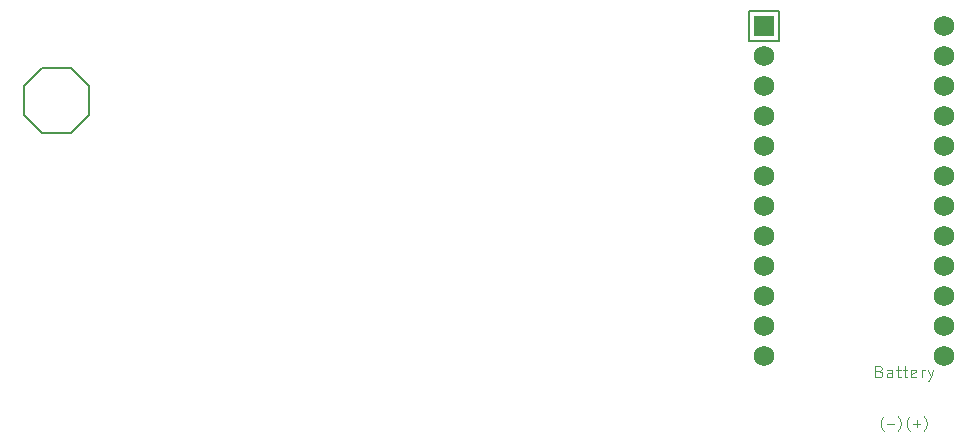
<source format=gbr>
%TF.GenerationSoftware,KiCad,Pcbnew,(6.99.0-906-ga2ca8cf413)*%
%TF.CreationDate,2022-04-09T13:07:01+02:00*%
%TF.ProjectId,tiny20,74696e79-3230-42e6-9b69-6361645f7063,v1.0.0*%
%TF.SameCoordinates,Original*%
%TF.FileFunction,Legend,Top*%
%TF.FilePolarity,Positive*%
%FSLAX46Y46*%
G04 Gerber Fmt 4.6, Leading zero omitted, Abs format (unit mm)*
G04 Created by KiCad (PCBNEW (6.99.0-906-ga2ca8cf413)) date 2022-04-09 13:07:01*
%MOMM*%
%LPD*%
G01*
G04 APERTURE LIST*
%ADD10C,0.120000*%
%ADD11C,0.150000*%
%ADD12R,1.752600X1.752600*%
%ADD13C,1.752600*%
G04 APERTURE END LIST*
D10*
%TO.C,BT01*%
X278205825Y-134716452D02*
X278348682Y-134764071D01*
X278348682Y-134764071D02*
X278396301Y-134811690D01*
X278396301Y-134811690D02*
X278443920Y-134906928D01*
X278443920Y-134906928D02*
X278443920Y-135049785D01*
X278443920Y-135049785D02*
X278396301Y-135145023D01*
X278396301Y-135145023D02*
X278348682Y-135192642D01*
X278348682Y-135192642D02*
X278253444Y-135240261D01*
X278253444Y-135240261D02*
X277872492Y-135240261D01*
X277872492Y-135240261D02*
X277872492Y-134240261D01*
X277872492Y-134240261D02*
X278205825Y-134240261D01*
X278205825Y-134240261D02*
X278301063Y-134287881D01*
X278301063Y-134287881D02*
X278348682Y-134335500D01*
X278348682Y-134335500D02*
X278396301Y-134430738D01*
X278396301Y-134430738D02*
X278396301Y-134525976D01*
X278396301Y-134525976D02*
X278348682Y-134621214D01*
X278348682Y-134621214D02*
X278301063Y-134668833D01*
X278301063Y-134668833D02*
X278205825Y-134716452D01*
X278205825Y-134716452D02*
X277872492Y-134716452D01*
X279301063Y-135240261D02*
X279301063Y-134716452D01*
X279301063Y-134716452D02*
X279253444Y-134621214D01*
X279253444Y-134621214D02*
X279158206Y-134573595D01*
X279158206Y-134573595D02*
X278967730Y-134573595D01*
X278967730Y-134573595D02*
X278872492Y-134621214D01*
X279301063Y-135192642D02*
X279205825Y-135240261D01*
X279205825Y-135240261D02*
X278967730Y-135240261D01*
X278967730Y-135240261D02*
X278872492Y-135192642D01*
X278872492Y-135192642D02*
X278824873Y-135097404D01*
X278824873Y-135097404D02*
X278824873Y-135002166D01*
X278824873Y-135002166D02*
X278872492Y-134906928D01*
X278872492Y-134906928D02*
X278967730Y-134859309D01*
X278967730Y-134859309D02*
X279205825Y-134859309D01*
X279205825Y-134859309D02*
X279301063Y-134811690D01*
X279634397Y-134573595D02*
X280015349Y-134573595D01*
X279777254Y-134240261D02*
X279777254Y-135097404D01*
X279777254Y-135097404D02*
X279824873Y-135192642D01*
X279824873Y-135192642D02*
X279920111Y-135240261D01*
X279920111Y-135240261D02*
X280015349Y-135240261D01*
X280205826Y-134573595D02*
X280586778Y-134573595D01*
X280348683Y-134240261D02*
X280348683Y-135097404D01*
X280348683Y-135097404D02*
X280396302Y-135192642D01*
X280396302Y-135192642D02*
X280491540Y-135240261D01*
X280491540Y-135240261D02*
X280586778Y-135240261D01*
X281301064Y-135192642D02*
X281205826Y-135240261D01*
X281205826Y-135240261D02*
X281015350Y-135240261D01*
X281015350Y-135240261D02*
X280920112Y-135192642D01*
X280920112Y-135192642D02*
X280872493Y-135097404D01*
X280872493Y-135097404D02*
X280872493Y-134716452D01*
X280872493Y-134716452D02*
X280920112Y-134621214D01*
X280920112Y-134621214D02*
X281015350Y-134573595D01*
X281015350Y-134573595D02*
X281205826Y-134573595D01*
X281205826Y-134573595D02*
X281301064Y-134621214D01*
X281301064Y-134621214D02*
X281348683Y-134716452D01*
X281348683Y-134716452D02*
X281348683Y-134811690D01*
X281348683Y-134811690D02*
X280872493Y-134906928D01*
X281777255Y-135240261D02*
X281777255Y-134573595D01*
X281777255Y-134764071D02*
X281824874Y-134668833D01*
X281824874Y-134668833D02*
X281872493Y-134621214D01*
X281872493Y-134621214D02*
X281967731Y-134573595D01*
X281967731Y-134573595D02*
X282062969Y-134573595D01*
X282301065Y-134573595D02*
X282539160Y-135240261D01*
X282777255Y-134573595D02*
X282539160Y-135240261D01*
X282539160Y-135240261D02*
X282443922Y-135478357D01*
X282443922Y-135478357D02*
X282396303Y-135525976D01*
X282396303Y-135525976D02*
X282301065Y-135573595D01*
X278567731Y-139754547D02*
X278529636Y-139716452D01*
X278529636Y-139716452D02*
X278453445Y-139602166D01*
X278453445Y-139602166D02*
X278415350Y-139525976D01*
X278415350Y-139525976D02*
X278377255Y-139411690D01*
X278377255Y-139411690D02*
X278339160Y-139221214D01*
X278339160Y-139221214D02*
X278339160Y-139068833D01*
X278339160Y-139068833D02*
X278377255Y-138878357D01*
X278377255Y-138878357D02*
X278415350Y-138764071D01*
X278415350Y-138764071D02*
X278453445Y-138687881D01*
X278453445Y-138687881D02*
X278529636Y-138573595D01*
X278529636Y-138573595D02*
X278567731Y-138535500D01*
X278872493Y-139145023D02*
X279482017Y-139145023D01*
X279786778Y-139754547D02*
X279824873Y-139716452D01*
X279824873Y-139716452D02*
X279901064Y-139602166D01*
X279901064Y-139602166D02*
X279939159Y-139525976D01*
X279939159Y-139525976D02*
X279977254Y-139411690D01*
X279977254Y-139411690D02*
X280015350Y-139221214D01*
X280015350Y-139221214D02*
X280015350Y-139068833D01*
X280015350Y-139068833D02*
X279977254Y-138878357D01*
X279977254Y-138878357D02*
X279939159Y-138764071D01*
X279939159Y-138764071D02*
X279901064Y-138687881D01*
X279901064Y-138687881D02*
X279824873Y-138573595D01*
X279824873Y-138573595D02*
X279786778Y-138535500D01*
X280767731Y-139754547D02*
X280729636Y-139716452D01*
X280729636Y-139716452D02*
X280653445Y-139602166D01*
X280653445Y-139602166D02*
X280615350Y-139525976D01*
X280615350Y-139525976D02*
X280577255Y-139411690D01*
X280577255Y-139411690D02*
X280539160Y-139221214D01*
X280539160Y-139221214D02*
X280539160Y-139068833D01*
X280539160Y-139068833D02*
X280577255Y-138878357D01*
X280577255Y-138878357D02*
X280615350Y-138764071D01*
X280615350Y-138764071D02*
X280653445Y-138687881D01*
X280653445Y-138687881D02*
X280729636Y-138573595D01*
X280729636Y-138573595D02*
X280767731Y-138535500D01*
X281072493Y-139145023D02*
X281682017Y-139145023D01*
X281377255Y-139449785D02*
X281377255Y-138840261D01*
X281986778Y-139754547D02*
X282024873Y-139716452D01*
X282024873Y-139716452D02*
X282101064Y-139602166D01*
X282101064Y-139602166D02*
X282139159Y-139525976D01*
X282139159Y-139525976D02*
X282177254Y-139411690D01*
X282177254Y-139411690D02*
X282215350Y-139221214D01*
X282215350Y-139221214D02*
X282215350Y-139068833D01*
X282215350Y-139068833D02*
X282177254Y-138878357D01*
X282177254Y-138878357D02*
X282139159Y-138764071D01*
X282139159Y-138764071D02*
X282101064Y-138687881D01*
X282101064Y-138687881D02*
X282024873Y-138573595D01*
X282024873Y-138573595D02*
X281986778Y-138535500D01*
D11*
%TO.C,B1*%
X207303309Y-114532746D02*
X209803309Y-114532746D01*
X207303309Y-114532746D02*
X205803309Y-113032746D01*
X209803309Y-114532746D02*
X211303309Y-113032746D01*
X205803309Y-113032746D02*
X205803309Y-110532746D01*
X211303309Y-113032746D02*
X211303309Y-110532746D01*
X207303309Y-109032746D02*
X205803309Y-110532746D01*
X207303309Y-109032746D02*
X209803309Y-109032746D01*
X209803309Y-109032746D02*
X211303309Y-110532746D01*
%TO.C,MCU1*%
X269730146Y-104250774D02*
X267190146Y-104250774D01*
X269730146Y-104250774D02*
X269730146Y-106790774D01*
X267190146Y-104250774D02*
X267190146Y-106790774D01*
X269730146Y-106790774D02*
X267190146Y-106790774D01*
%TD*%
D12*
%TO.C,MCU1*%
X268460145Y-105520773D03*
D13*
X268460146Y-108060774D03*
X268460146Y-110600774D03*
X268460146Y-113140774D03*
X268460146Y-115680774D03*
X268460146Y-118220774D03*
X268460146Y-120760774D03*
X268460146Y-123300774D03*
X268460146Y-125840774D03*
X268460146Y-128380774D03*
X268460146Y-130920774D03*
X268460146Y-133460774D03*
X283700146Y-105520774D03*
X283700146Y-108060774D03*
X283700146Y-110600774D03*
X283700146Y-113140774D03*
X283700146Y-115680774D03*
X283700146Y-118220774D03*
X283700146Y-120760774D03*
X283700146Y-123300774D03*
X283700146Y-125840774D03*
X283700146Y-128380774D03*
X283700146Y-130920774D03*
X283700146Y-133460774D03*
%TD*%
M02*

</source>
